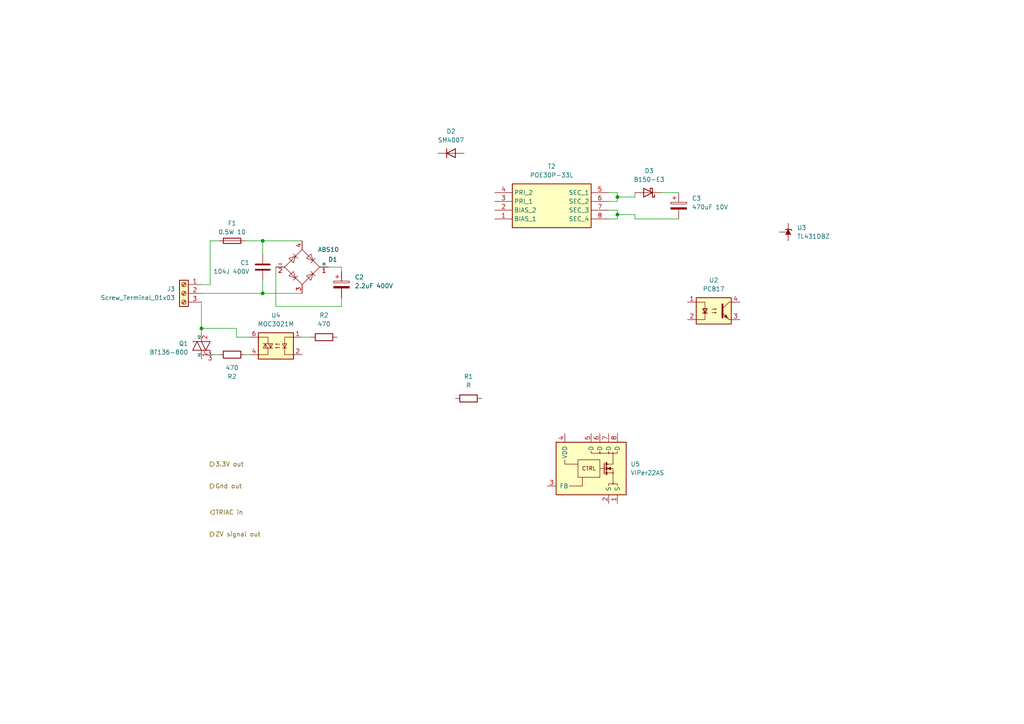
<source format=kicad_sch>
(kicad_sch (version 20230121) (generator eeschema)
  (paper "A4")
  (lib_symbols
    (symbol "Connector:Screw_Terminal_01x03" (pin_names (offset 1.016) hide)
      (property "Reference" "J" (at 0 5.08 0))
      (property "Value" "Screw_Terminal_01x03" (at 0 -5.08 0))
      (symbol "Screw_Terminal_01x03_1_1"
        (rectangle (start -1.27 3.81) (end 1.27 -3.81) (stroke (width 0.254)) (fill (type background)))
        (circle (center 0 -2.54) (radius 0.635) (stroke (width 0.1524)))
        (polyline (pts (xy -0.5334 -2.2098) (xy 0.3302 -3.048)) (stroke (width 0.1524)))
        (polyline (pts (xy -0.5334 0.3302) (xy 0.3302 -0.508)) (stroke (width 0.1524)))
        (polyline (pts (xy -0.5334 2.8702) (xy 0.3302 2.032)) (stroke (width 0.1524)))
        (polyline (pts (xy -0.3556 -2.032) (xy 0.508 -2.8702)) (stroke (width 0.1524)))
        (polyline (pts (xy -0.3556 0.508) (xy 0.508 -0.3302)) (stroke (width 0.1524)))
        (polyline (pts (xy -0.3556 3.048) (xy 0.508 2.2098)) (stroke (width 0.1524)))
        (circle (center 0 0) (radius 0.635) (stroke (width 0.1524)))
        (circle (center 0 2.54) (radius 0.635) (stroke (width 0.1524)))
        (pin passive line (at -5.08 2.54 0) (length 3.81) (name "Pin_1") (number "1"))
        (pin passive line (at -5.08 0 0) (length 3.81) (name "Pin_2") (number "2"))
        (pin passive line (at -5.08 -2.54 0) (length 3.81) (name "Pin_3") (number "3"))
      )
    )
    (symbol "Device:C" (pin_numbers hide) (pin_names (offset 0.254))
      (property "Reference" "C" (at 0.635 2.54 0))
      (property "Value" "C" (at 0.635 -2.54 0))
      (symbol "C_0_1"
        (polyline (pts (xy -2.032 -0.762) (xy 2.032 -0.762)) (stroke (width 0.508)))
        (polyline (pts (xy -2.032 0.762) (xy 2.032 0.762)) (stroke (width 0.508)))
      )
      (symbol "C_1_1"
        (pin passive line (at 0 3.81 270) (length 2.794) (name "~") (number "1"))
        (pin passive line (at 0 -3.81 90) (length 2.794) (name "~") (number "2"))
      )
    )
    (symbol "Device:C_Polarized" (pin_numbers hide) (pin_names (offset 0.254))
      (property "Reference" "C" (at 0.635 2.54 0))
      (property "Value" "C_Polarized" (at 0.635 -2.54 0))
      (symbol "C_Polarized_0_1"
        (rectangle (start -2.286 0.508) (end 2.286 1.016))
        (polyline (pts (xy -1.778 2.286) (xy -0.762 2.286)))
        (polyline (pts (xy -1.27 2.794) (xy -1.27 1.778)))
        (rectangle (start 2.286 -0.508) (end -2.286 -1.016) (fill (type outline)))
      )
      (symbol "C_Polarized_1_1"
        (pin passive line (at 0 3.81 270) (length 2.794) (name "~") (number "1"))
        (pin passive line (at 0 -3.81 90) (length 2.794) (name "~") (number "2"))
      )
    )
    (symbol "Device:Fuse" (pin_numbers hide) (pin_names (offset 0))
      (property "Reference" "F" (at 2.032 0 90))
      (property "Value" "Fuse" (at -1.905 0 90))
      (symbol "Fuse_0_1"
        (rectangle (start -0.762 -2.54) (end 0.762 2.54) (stroke (width 0.254)))
        (polyline (pts (xy 0 2.54) (xy 0 -2.54)))
      )
      (symbol "Fuse_1_1"
        (pin passive line (at 0 3.81 270) (length 1.27) (name "~") (number "1"))
        (pin passive line (at 0 -3.81 90) (length 1.27) (name "~") (number "2"))
      )
    )
    (symbol "Device:R" (pin_numbers hide) (pin_names (offset 0))
      (property "Reference" "R" (at 2.032 0 90))
      (property "Value" "R" (at 0 0 90))
      (symbol "R_0_1"
        (rectangle (start -1.016 -2.54) (end 1.016 2.54) (stroke (width 0.254)))
      )
      (symbol "R_1_1"
        (pin passive line (at 0 3.81 270) (length 1.27) (name "~") (number "1"))
        (pin passive line (at 0 -3.81 90) (length 1.27) (name "~") (number "2"))
      )
    )
    (symbol "Diode:B150-E3" (pin_numbers hide) (pin_names hide)
      (property "Reference" "D" (at 0 2.54 0))
      (property "Value" "B150-E3" (at 0 -2.54 0))
      (symbol "B150-E3_0_1"
        (polyline (pts (xy 1.27 0) (xy -1.27 0)))
        (polyline (pts (xy 1.27 1.27) (xy 1.27 -1.27) (xy -1.27 0) (xy 1.27 1.27)) (stroke (width 0.254)))
        (polyline (pts (xy -1.905 0.635) (xy -1.905 1.27) (xy -1.27 1.27) (xy -1.27 -1.27) (xy -0.635 -1.27) (xy -0.635 -0.635)) (stroke (width 0.254)))
      )
      (symbol "B150-E3_1_1"
        (pin passive line (at -3.81 0 0) (length 2.54) (name "K") (number "1"))
        (pin passive line (at 3.81 0 180) (length 2.54) (name "A") (number "2"))
      )
    )
    (symbol "Diode:SM4007" (pin_numbers hide) (pin_names hide)
      (property "Reference" "D" (at 0 2.54 0))
      (property "Value" "SM4007" (at 0 -2.54 0))
      (symbol "SM4007_0_1"
        (polyline (pts (xy -1.27 1.27) (xy -1.27 -1.27)) (stroke (width 0.254)))
        (polyline (pts (xy 1.27 0) (xy -1.27 0)))
        (polyline (pts (xy 1.27 1.27) (xy 1.27 -1.27) (xy -1.27 0) (xy 1.27 1.27)) (stroke (width 0.254)))
      )
      (symbol "SM4007_1_1"
        (pin passive line (at -3.81 0 0) (length 2.54) (name "K") (number "1"))
        (pin passive line (at 3.81 0 180) (length 2.54) (name "A") (number "2"))
      )
    )
    (symbol "Diode_Bridge:ABS10" (pin_names (offset 0))
      (property "Reference" "D" (at 2.54 6.985 0))
      (property "Value" "ABS10" (at 2.54 5.08 0))
      (symbol "ABS10_0_1"
        (polyline (pts (xy -2.54 3.81) (xy -1.27 2.54)))
        (polyline (pts (xy -1.27 -2.54) (xy -2.54 -3.81)))
        (polyline (pts (xy 2.54 -1.27) (xy 3.81 -2.54)))
        (polyline (pts (xy 2.54 1.27) (xy 3.81 2.54)))
        (polyline (pts (xy -3.81 2.54) (xy -2.54 1.27) (xy -1.905 3.175) (xy -3.81 2.54)))
        (polyline (pts (xy -2.54 -1.27) (xy -3.81 -2.54) (xy -1.905 -3.175) (xy -2.54 -1.27)))
        (polyline (pts (xy 1.27 2.54) (xy 2.54 3.81) (xy 3.175 1.905) (xy 1.27 2.54)))
        (polyline (pts (xy 3.175 -1.905) (xy 1.27 -2.54) (xy 2.54 -3.81) (xy 3.175 -1.905)))
        (polyline (pts (xy -5.08 0) (xy 0 -5.08) (xy 5.08 0) (xy 0 5.08) (xy -5.08 0)))
      )
      (symbol "ABS10_1_1"
        (pin passive line (at 7.62 0 180) (length 2.54) (name "+") (number "1"))
        (pin passive line (at -7.62 0 0) (length 2.54) (name "-") (number "2"))
        (pin passive line (at 0 -7.62 90) (length 2.54) (name "~") (number "3"))
        (pin passive line (at 0 7.62 270) (length 2.54) (name "~") (number "4"))
      )
    )
    (symbol "Isolator:PC817" (pin_names (offset 1.016))
      (property "Reference" "U" (at -5.08 5.08 0))
      (property "Value" "PC817" (at 0 5.08 0))
      (symbol "PC817_0_1"
        (rectangle (start -5.08 3.81) (end 5.08 -3.81) (stroke (width 0.254)) (fill (type background)))
        (polyline (pts (xy -3.175 -0.635) (xy -1.905 -0.635)) (stroke (width 0.254)))
        (polyline (pts (xy 2.54 0.635) (xy 4.445 2.54)))
        (polyline (pts (xy 4.445 -2.54) (xy 2.54 -0.635)) (fill (type outline)))
        (polyline (pts (xy 4.445 -2.54) (xy 5.08 -2.54)))
        (polyline (pts (xy 4.445 2.54) (xy 5.08 2.54)))
        (polyline (pts (xy -5.08 2.54) (xy -2.54 2.54) (xy -2.54 -0.635)))
        (polyline (pts (xy -2.54 -0.635) (xy -2.54 -2.54) (xy -5.08 -2.54)))
        (polyline (pts (xy 2.54 1.905) (xy 2.54 -1.905) (xy 2.54 -1.905)) (stroke (width 0.508)))
        (polyline (pts (xy -2.54 -0.635) (xy -3.175 0.635) (xy -1.905 0.635) (xy -2.54 -0.635)) (stroke (width 0.254)))
        (polyline (pts (xy -0.508 -0.508) (xy 0.762 -0.508) (xy 0.381 -0.635) (xy 0.381 -0.381) (xy 0.762 -0.508)))
        (polyline (pts (xy -0.508 0.508) (xy 0.762 0.508) (xy 0.381 0.381) (xy 0.381 0.635) (xy 0.762 0.508)))
        (polyline (pts (xy 3.048 -1.651) (xy 3.556 -1.143) (xy 4.064 -2.159) (xy 3.048 -1.651) (xy 3.048 -1.651)) (fill (type outline)))
      )
      (symbol "PC817_1_1"
        (pin passive line (at -7.62 2.54 0) (length 2.54) (name "~") (number "1"))
        (pin passive line (at -7.62 -2.54 0) (length 2.54) (name "~") (number "2"))
        (pin passive line (at 7.62 -2.54 180) (length 2.54) (name "~") (number "3"))
        (pin passive line (at 7.62 2.54 180) (length 2.54) (name "~") (number "4"))
      )
    )
    (symbol "POE30P-33L:POE30P-33L"
      (property "Reference" "T" (at 29.21 7.62 0))
      (property "Value" "POE30P-33L" (at 29.21 5.08 0))
      (symbol "POE30P-33L_1_1"
        (rectangle (start 5.08 2.54) (end 27.94 -10.16) (stroke (width 0.254)) (fill (type background)))
        (pin passive line (at 0 -7.62 0) (length 5.08) (name "BIAS_1") (number "1"))
        (pin passive line (at 0 -5.08 0) (length 5.08) (name "BIAS_2") (number "2"))
        (pin passive line (at 0 -2.54 0) (length 5.08) (name "PRI_1") (number "3"))
        (pin passive line (at 0 0 0) (length 5.08) (name "PRI_2") (number "4"))
        (pin passive line (at 33.02 0 180) (length 5.08) (name "SEC_1") (number "5"))
        (pin passive line (at 33.02 -2.54 180) (length 5.08) (name "SEC_2") (number "6"))
        (pin passive line (at 33.02 -5.08 180) (length 5.08) (name "SEC_3") (number "7"))
        (pin passive line (at 33.02 -7.62 180) (length 5.08) (name "SEC_4") (number "8"))
      )
    )
    (symbol "Reference_Voltage:TL431DBZ" (pin_numbers hide) (pin_names hide)
      (property "Reference" "U" (at -2.54 2.54 0))
      (property "Value" "TL431DBZ" (at 0 -2.54 0))
      (symbol "TL431DBZ_0_1"
        (polyline (pts (xy -1.27 0) (xy 0 0) (xy 1.27 0)))
        (polyline (pts (xy -0.762 0.762) (xy 0.762 0) (xy -0.762 -0.762)) (fill (type outline)))
        (polyline (pts (xy 0.508 -1.016) (xy 0.762 -0.762) (xy 0.762 0.762) (xy 0.762 0.762)) (stroke (width 0.254)))
      )
      (symbol "TL431DBZ_1_1"
        (pin passive line (at 2.54 0 180) (length 2.54) (name "K") (number "1"))
        (pin passive line (at 0 2.54 270) (length 2.54) (name "REF") (number "2"))
        (pin passive line (at -2.54 0 0) (length 2.54) (name "A") (number "3"))
      )
    )
    (symbol "Regulator_Switching:VIPer22AS" (pin_names (offset 1.016))
      (property "Reference" "U" (at 11.43 6.35 0))
      (property "Value" "VIPer22AS" (at 11.43 3.81 0))
      (symbol "VIPer22AS_0_0"
        (rectangle (start -10.16 7.62) (end 10.16 -7.62) (stroke (width 0.254)) (fill (type background)))
        (polyline (pts (xy 2.54 5.08) (xy 2.54 4.445)))
        (polyline (pts (xy 5.08 5.08) (xy 5.08 4.445)))
        (polyline (pts (xy 6.35 -2.54) (xy 6.35 -4.445)))
        (polyline (pts (xy 6.35 2.54) (xy 6.35 4.445)))
        (polyline (pts (xy 0 5.08) (xy 0 4.445) (xy 7.62 4.445) (xy 7.62 5.08)))
        (polyline (pts (xy 5.08 -5.08) (xy 5.08 -4.445) (xy 7.62 -4.445) (xy 7.62 -5.08)))
        (circle (center 2.54 4.445) (radius 0.127))
        (circle (center 5.08 4.445) (radius 0.127))
        (circle (center 6.35 -4.445) (radius 0.127))
        (circle (center 6.35 -1.27) (radius 0.127))
        (circle (center 6.35 4.445) (radius 0.127))
        (text "CTRL" (at -0.635 0 0) (effects (font (size 1.1176 1.1176))))
      )
      (symbol "VIPer22AS_0_1"
        (rectangle (start -3.81 2.54) (end 2.54 -2.54))
        (polyline (pts (xy 3.81 0) (xy 2.54 0)))
        (polyline (pts (xy 4.445 -1.016) (xy 4.445 -1.651)) (stroke (width 0.508)))
        (polyline (pts (xy 4.445 0.381) (xy 4.445 -0.381)) (stroke (width 0.508)))
        (polyline (pts (xy 4.445 1.651) (xy 4.445 1.016)) (stroke (width 0.508)))
        (polyline (pts (xy -7.62 2.54) (xy -7.62 1.27) (xy -3.81 1.27)))
        (polyline (pts (xy -6.35 -5.08) (xy -2.54 -5.08) (xy -2.54 -2.54)))
        (polyline (pts (xy 3.81 1.524) (xy 3.81 -1.524) (xy 3.81 -1.524)) (stroke (width 0.254)))
        (polyline (pts (xy 4.572 -1.27) (xy 6.35 -1.27) (xy 6.35 -2.54) (xy 6.35 -2.54)))
        (polyline (pts (xy 4.572 1.27) (xy 6.35 1.27) (xy 6.35 2.54) (xy 6.35 2.54)))
        (polyline (pts (xy 4.572 0) (xy 5.08 0) (xy 6.35 0) (xy 6.35 -1.27) (xy 6.35 -1.27)))
        (polyline (pts (xy 4.699 0) (xy 5.715 0.381) (xy 5.715 -0.381) (xy 4.699 0) (xy 4.826 0) (xy 4.826 0)) (fill (type outline)))
      )
      (symbol "VIPer22AS_1_1"
        (pin passive line (at 7.62 -10.16 90) (length 2.54) (name "S") (number "1"))
        (pin passive line (at 5.08 -10.16 90) (length 2.54) (name "S") (number "2"))
        (pin input line (at -12.7 -5.08 0) (length 2.54) (name "FB") (number "3"))
        (pin power_in line (at -7.62 10.16 270) (length 2.54) (name "VDD") (number "4"))
        (pin passive line (at 0 10.16 270) (length 2.54) (name "D") (number "5"))
        (pin passive line (at 2.54 10.16 270) (length 2.54) (name "D") (number "6"))
        (pin passive line (at 5.08 10.16 270) (length 2.54) (name "D") (number "7"))
        (pin passive line (at 7.62 10.16 270) (length 2.54) (name "D") (number "8"))
      )
    )
    (symbol "Relay_SolidState:MOC3021M"
      (property "Reference" "U" (at -5.334 4.826 0))
      (property "Value" "MOC3021M" (at 0 5.08 0))
      (symbol "MOC3021M_0_1"
        (rectangle (start -5.08 3.81) (end 5.08 -3.81) (stroke (width 0.254)) (fill (type background)))
        (polyline (pts (xy -3.175 -0.635) (xy -1.905 -0.635)))
        (polyline (pts (xy 1.524 -0.635) (xy 1.524 0.635)))
        (polyline (pts (xy 3.048 0.635) (xy 3.048 -0.635)))
        (polyline (pts (xy 2.286 -0.635) (xy 2.286 -2.54) (xy 5.08 -2.54)))
        (polyline (pts (xy 2.286 0.635) (xy 2.286 2.54) (xy 5.08 2.54)))
        (polyline (pts (xy -5.08 2.54) (xy -2.54 2.54) (xy -2.54 -2.54) (xy -5.08 -2.54)))
        (polyline (pts (xy -2.54 -0.635) (xy -3.175 0.635) (xy -1.905 0.635) (xy -2.54 -0.635)))
        (polyline (pts (xy 0.889 -0.635) (xy 3.683 -0.635) (xy 3.048 0.635) (xy 2.413 -0.635)))
        (polyline (pts (xy 3.683 0.635) (xy 0.889 0.635) (xy 1.524 -0.635) (xy 2.159 0.635)))
        (polyline (pts (xy -1.143 -0.508) (xy 0.127 -0.508) (xy -0.254 -0.635) (xy -0.254 -0.381) (xy 0.127 -0.508)))
        (polyline (pts (xy -1.143 0.508) (xy 0.127 0.508) (xy -0.254 0.381) (xy -0.254 0.635) (xy 0.127 0.508)))
      )
      (symbol "MOC3021M_1_1"
        (pin passive line (at -7.62 2.54 0) (length 2.54) (name "~") (number "1"))
        (pin passive line (at -7.62 -2.54 0) (length 2.54) (name "~") (number "2"))
        (pin no_connect line (at -5.08 0 0) (length 2.54) hide (name "NC") (number "3"))
        (pin passive line (at 7.62 -2.54 180) (length 2.54) (name "~") (number "4"))
        (pin no_connect line (at 5.08 0 180) (length 2.54) hide (name "NC") (number "5"))
        (pin passive line (at 7.62 2.54 180) (length 2.54) (name "~") (number "6"))
      )
    )
    (symbol "Triac_Thyristor:BT136-800" (pin_names (offset 0))
      (property "Reference" "Q" (at 5.08 1.905 0))
      (property "Value" "BT136-800" (at 5.08 0 0))
      (symbol "BT136-800_0_1"
        (polyline (pts (xy -2.54 -1.27) (xy 2.54 -1.27)) (stroke (width 0.2032)))
        (polyline (pts (xy -2.54 1.27) (xy 2.54 1.27)) (stroke (width 0.2032)))
        (polyline (pts (xy -1.27 -2.54) (xy -0.635 -1.27)))
        (polyline (pts (xy -2.54 1.27) (xy -1.27 -1.27) (xy 0 1.27)) (stroke (width 0.2032)))
        (polyline (pts (xy 0 -1.27) (xy 1.27 1.27) (xy 2.54 -1.27)) (stroke (width 0.2032)))
      )
      (symbol "BT136-800_1_1"
        (pin passive line (at 0 -3.81 90) (length 2.54) (name "A1") (number "1"))
        (pin passive line (at 0 3.81 270) (length 2.54) (name "A2") (number "2"))
        (pin input line (at -3.81 -2.54 0) (length 2.54) (name "G") (number "3"))
      )
    )
  )
  (junction (at 76.2 85.09))
  (junction (at 179.07 57.15))
  (junction (at 58.42 95.25))
  (junction (at 76.2 69.85))
  (junction (at 179.07 62.23))
  (wire (pts (xy 68.58 95.25) (xy 58.42 95.25)))
  (wire (pts (xy 176.53 55.88) (xy 179.07 55.88)))
  (wire (pts (xy 179.07 57.15) (xy 184.15 57.15)))
  (wire (pts (xy 87.63 97.79) (xy 90.17 97.79)))
  (wire (pts (xy 179.07 57.15) (xy 179.07 58.42)))
  (wire (pts (xy 71.12 69.85) (xy 76.2 69.85)))
  (wire (pts (xy 99.06 88.9) (xy 80.01 88.9)))
  (wire (pts (xy 176.53 60.96) (xy 179.07 60.96)))
  (wire (pts (xy 99.06 77.47) (xy 99.06 78.74)))
  (wire (pts (xy 179.07 63.5) (xy 176.53 63.5)))
  (wire (pts (xy 179.07 58.42) (xy 176.53 58.42)))
  (wire (pts (xy 58.42 85.09) (xy 76.2 85.09)))
  (wire (pts (xy 76.2 81.28) (xy 76.2 85.09)))
  (wire (pts (xy 76.2 69.85) (xy 76.2 73.66)))
  (wire (pts (xy 95.25 77.47) (xy 99.06 77.47)))
  (wire (pts (xy 71.12 102.87) (xy 72.39 102.87)))
  (wire (pts (xy 58.42 95.25) (xy 58.42 96.52)))
  (wire (pts (xy 184.15 63.5) (xy 184.15 62.23)))
  (wire (pts (xy 184.15 63.5) (xy 196.85 63.5)))
  (wire (pts (xy 58.42 87.63) (xy 58.42 95.25)))
  (wire (pts (xy 68.58 97.79) (xy 68.58 95.25)))
  (wire (pts (xy 60.96 82.55) (xy 60.96 69.85)))
  (wire (pts (xy 76.2 85.09) (xy 87.63 85.09)))
  (wire (pts (xy 62.23 102.87) (xy 63.5 102.87)))
  (wire (pts (xy 99.06 86.36) (xy 99.06 88.9)))
  (wire (pts (xy 179.07 62.23) (xy 179.07 63.5)))
  (wire (pts (xy 60.96 69.85) (xy 63.5 69.85)))
  (wire (pts (xy 80.01 88.9) (xy 80.01 77.47)))
  (wire (pts (xy 72.39 97.79) (xy 68.58 97.79)))
  (wire (pts (xy 58.42 82.55) (xy 60.96 82.55)))
  (wire (pts (xy 76.2 69.85) (xy 87.63 69.85)))
  (wire (pts (xy 179.07 57.15) (xy 179.07 55.88)))
  (wire (pts (xy 179.07 62.23) (xy 184.15 62.23)))
  (wire (pts (xy 191.77 55.88) (xy 196.85 55.88)))
  (wire (pts (xy 184.15 57.15) (xy 184.15 55.88)))
  (wire (pts (xy 179.07 60.96) (xy 179.07 62.23)))
  (hierarchical_label "Gnd out" (shape output) (at 60.96 140.97 0))
  (hierarchical_label "TRIAC in" (shape input) (at 60.96 148.59 0))
  (hierarchical_label "3.3V out" (shape output) (at 60.96 134.62 0))
  (hierarchical_label "ZV signal out" (shape output) (at 60.96 154.94 0))
  (symbol (lib_id "Regulator_Switching:VIPer22AS") (at 171.45 135.89 0) (unit 1)
    (property "Reference" "U5" (at 182.88 134.62 0) (effects (justify left)))
    (property "Value" "VIPer22AS" (at 182.88 137.16 0) (effects (justify left)))
    (property "Footprint" "Package_SO:SOIC-8_3.9x4.9mm_P1.27mm" (effects hide))
    (property "Datasheet" "http://www.st.com/web/en/resource/technical/document/datasheet/CD00087939.pdf" (effects hide))
  )
  (symbol (lib_id "Diode:B150-E3") (at 187.96 55.88 180) (unit 1)
    (property "Reference" "D3" (at 188.2775 49.53 0))
    (property "Value" "B150-E3" (at 188.2775 52.07 0))
    (property "Footprint" "Diode_SMD:D_SMA" (effects hide))
    (property "Datasheet" "http://www.vishay.com/docs/88946/b120.pdf" (effects hide))
  )
  (symbol (lib_id "Reference_Voltage:TL431DBZ") (at 228.6 67.31 90) (unit 1)
    (property "Reference" "U3" (at 231.14 66.04 90) (effects (justify right)))
    (property "Value" "TL431DBZ" (at 231.14 68.58 90) (effects (justify right)))
    (property "Footprint" "Package_TO_SOT_SMD:SOT-23" (effects hide))
    (property "Datasheet" "http://www.ti.com/lit/ds/symlink/tl431.pdf" (effects hide))
  )
  (symbol (lib_id "Diode:SM4007") (at 130.81 44.45 0) (unit 1)
    (property "Reference" "D2" (at 130.81 38.1 0))
    (property "Value" "SM4007" (at 130.81 40.64 0))
    (property "Footprint" "Diode_SMD:D_MELF" (effects hide))
    (property "Datasheet" "http://cdn-reichelt.de/documents/datenblatt/A400/SMD1N400%23DIO.pdf" (effects hide))
    (property "Sim.Device" "D" (effects hide))
    (property "Sim.Pins" "1=K 2=A" (effects hide))
  )
  (symbol (lib_id "Device:Fuse") (at 67.31 69.85 90) (unit 1)
    (property "Reference" "F1" (at 67.31 64.77 90))
    (property "Value" "0.5W 10" (at 67.31 67.31 90))
    (property "Footprint" "Resistor_THT:R_Axial_DIN0411_L9.9mm_D3.6mm_P15.24mm_Horizontal" (effects hide))
  )
  (symbol (lib_id "Relay_SolidState:MOC3021M") (at 80.01 100.33 0) (mirror y) (unit 1)
    (property "Reference" "U4" (at 80.01 91.44 0))
    (property "Value" "MOC3021M" (at 80.01 93.98 0))
    (property "Footprint" "Package_DIP:DIP-6_W8.89mm_SMDSocket_LongPads" (effects hide))
    (property "Datasheet" "https://www.onsemi.com/pub/Collateral/MOC3023M-D.PDF" (effects hide))
  )
  (symbol (lib_id "Device:R") (at 67.31 102.87 90) (mirror x) (unit 1)
    (property "Reference" "R2" (at 67.31 109.22 90))
    (property "Value" "470" (at 67.31 106.68 90))
    (property "Footprint" "Resistor_SMD:R_1206_3216Metric" (effects hide))
  )
  (symbol (lib_id "Device:R") (at 135.89 115.57 90) (unit 1)
    (property "Reference" "R1" (at 135.89 109.22 90))
    (property "Value" "R" (at 135.89 111.76 90))
  )
  (symbol (lib_id "POE30P-33L:POE30P-33L") (at 143.51 55.88 0) (unit 1)
    (property "Reference" "T2" (at 160.02 48.26 0))
    (property "Value" "POE30P-33L" (at 160.02 50.8 0))
    (property "Footprint" "footprint:POE30P33L" (effects hide))
    (property "Datasheet" "https://www.coilcraft.com/getmedia/17806600-c691-4260-960c-34ad5e7a1dd1/poe_ep.pdf" (effects hide))
    (property "Height" "9.02" (effects hide))
    (property "Manufacturer_Name" "COILCRAFT" (effects hide))
    (property "Manufacturer_Part_Number" "POE30P-33L" (effects hide))
  )
  (symbol (lib_id "Connector:Screw_Terminal_01x03") (at 53.34 85.09 0) (mirror y) (unit 1)
    (property "Reference" "J3" (at 50.8 83.82 0) (effects (justify left)))
    (property "Value" "Screw_Terminal_01x03" (at 50.8 86.36 0) (effects (justify left)))
    (property "Footprint" "TerminalBlock_Phoenix:TerminalBlock_Phoenix_MKDS-1,5-3-5.08_1x03_P5.08mm_Horizontal" (effects hide))
  )
  (symbol (lib_id "Diode_Bridge:ABS10") (at 87.63 77.47 0) (unit 1)
    (property "Reference" "D1" (at 96.52 75.2541 0))
    (property "Value" "ABS10" (at 95.25 72.39 0))
    (property "Footprint" "Diode_SMD:Diode_Bridge_Diotec_ABS" (effects hide))
    (property "Datasheet" "https://diotec.com/tl_files/diotec/files/pdf/datasheets/abs2.pdf" (effects hide))
  )
  (symbol (lib_id "Device:R") (at 93.98 97.79 90) (unit 1)
    (property "Reference" "R2" (at 93.98 91.44 90))
    (property "Value" "470" (at 93.98 93.98 90))
    (property "Footprint" "Resistor_SMD:R_1206_3216Metric" (effects hide))
    (instances (project "esp32-iot-socket" (path "" (reference "R2") (unit 1)) (path "" (reference "R3") (unit 1))))
  )
  (symbol (lib_id "Device:C_Polarized") (at 196.85 59.69 0) (unit 1)
    (property "Reference" "C3" (at 200.66 57.531 0) (effects (justify left)))
    (property "Value" "470uF 10V" (at 200.66 60.071 0) (effects (justify left)))
  )
  (symbol (lib_id "Device:C") (at 76.2 77.47 0) (mirror y) (unit 1)
    (property "Reference" "C1" (at 72.39 76.2 0) (effects (justify left)))
    (property "Value" "104J 400V" (at 72.39 78.74 0) (effects (justify left)))
    (property "Footprint" "Capacitor_THT:C_Rect_L10.3mm_W4.5mm_P7.50mm_MKS4" (effects hide))
  )
  (symbol (lib_id "Device:C_Polarized") (at 99.06 82.55 0) (unit 1)
    (property "Reference" "C2" (at 102.87 80.391 0) (effects (justify left)))
    (property "Value" "2.2uF 400V" (at 102.87 82.931 0) (effects (justify left)))
    (property "Footprint" "Capacitor_THT:CP_Radial_D8.0mm_P3.50mm" (effects hide))
  )
  (symbol (lib_id "Triac_Thyristor:BT136-800") (at 58.42 100.33 0) (mirror y) (unit 1)
    (property "Reference" "Q1" (at 54.61 99.6442 0) (effects (justify left)))
    (property "Value" "BT136-800" (at 54.61 102.1842 0) (effects (justify left)))
    (property "Footprint" "Package_TO_SOT_THT:TO-220-3_Vertical" (effects hide))
    (property "Datasheet" "http://www.micropik.com/PDF/BT136-600.pdf" (effects hide))
  )
  (symbol (lib_id "Isolator:PC817") (at 207.01 90.17 0) (unit 1)
    (property "Reference" "U2" (at 207.01 81.28 0))
    (property "Value" "PC817" (at 207.01 83.82 0))
    (property "Footprint" "Package_DIP:DIP-4_W7.62mm_SMDSocket_SmallPads" (effects hide))
    (property "Datasheet" "http://www.soselectronic.cz/a_info/resource/d/pc817.pdf" (effects hide))
  )
)
</source>
